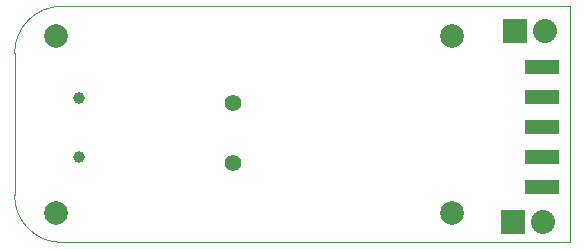
<source format=gbr>
G04 #@! TF.FileFunction,Soldermask,Bot*
%FSLAX46Y46*%
G04 Gerber Fmt 4.6, Leading zero omitted, Abs format (unit mm)*
G04 Created by KiCad (PCBNEW (2015-01-16 BZR 5376)-product) date 9/25/2015 11:05:44 AM*
%MOMM*%
G01*
G04 APERTURE LIST*
%ADD10C,0.100000*%
%ADD11R,2.032000X2.032000*%
%ADD12O,2.032000X2.032000*%
%ADD13C,1.000000*%
%ADD14C,2.000000*%
%ADD15R,3.000000X1.200000*%
%ADD16C,1.422400*%
G04 APERTURE END LIST*
D10*
X110000000Y-86000000D02*
X153000000Y-86000000D01*
X106000000Y-90000000D02*
X106000000Y-102000000D01*
X110000000Y-106000000D02*
X153000000Y-106000000D01*
X106000000Y-102000000D02*
G75*
G03X110000000Y-106000000I4000000J0D01*
G01*
X110000000Y-86000000D02*
G75*
G03X106000000Y-90000000I0J-4000000D01*
G01*
X153000000Y-106000000D02*
X153000000Y-86000000D01*
D11*
X148336000Y-88138000D03*
D12*
X150876000Y-88138000D03*
D11*
X148209000Y-104267000D03*
D12*
X150749000Y-104267000D03*
D13*
X111500000Y-93800000D03*
X111500000Y-98800000D03*
D14*
X143000000Y-88500000D03*
X143000000Y-103500000D03*
X109500000Y-103500000D03*
X109500000Y-88500000D03*
D15*
X150622000Y-91186000D03*
X150622000Y-93726000D03*
X150622000Y-96266000D03*
X150622000Y-98806000D03*
X150622000Y-101346000D03*
D16*
X124460000Y-94234000D03*
X124460000Y-99314000D03*
M02*

</source>
